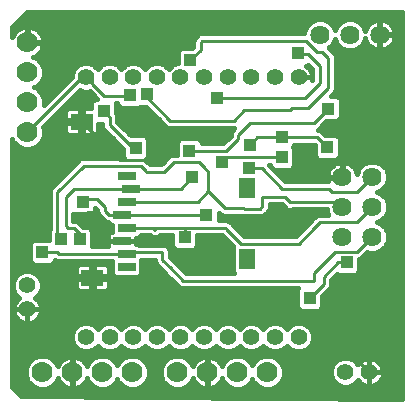
<source format=gbl>
G75*
%MOIN*%
%OFA0B0*%
%FSLAX25Y25*%
%IPPOS*%
%LPD*%
%AMOC8*
5,1,8,0,0,1.08239X$1,22.5*
%
%ADD10C,0.05600*%
%ADD11C,0.05550*%
%ADD12C,0.07000*%
%ADD13C,0.06400*%
%ADD14R,0.03937X0.04331*%
%ADD15R,0.07480X0.05512*%
%ADD16R,0.05512X0.07087*%
%ADD17R,0.05906X0.02756*%
%ADD18C,0.01000*%
%ADD19R,0.04362X0.04362*%
%ADD20C,0.01600*%
D10*
X0016780Y0036563D03*
X0016780Y0044437D03*
X0122843Y0015500D03*
X0130717Y0015500D03*
D11*
X0107213Y0027193D03*
X0099339Y0027193D03*
X0091465Y0027193D03*
X0083591Y0027193D03*
X0075717Y0027193D03*
X0067843Y0027193D03*
X0059969Y0027193D03*
X0052094Y0027193D03*
X0044220Y0027193D03*
X0036346Y0027193D03*
X0036346Y0113807D03*
X0044220Y0113807D03*
X0052094Y0113807D03*
X0059969Y0113807D03*
X0067843Y0113807D03*
X0075717Y0113807D03*
X0083591Y0113807D03*
X0091465Y0113807D03*
X0099339Y0113807D03*
X0107213Y0113807D03*
D12*
X0016780Y0115500D03*
X0016780Y0105500D03*
X0016780Y0095500D03*
X0016780Y0125500D03*
X0021780Y0015500D03*
X0031780Y0015500D03*
X0041780Y0015500D03*
X0051780Y0015500D03*
X0066780Y0015500D03*
X0076780Y0015500D03*
X0086780Y0015500D03*
X0096780Y0015500D03*
D13*
X0121780Y0060500D03*
X0131780Y0060500D03*
X0131780Y0070500D03*
X0131780Y0080500D03*
X0121780Y0080500D03*
X0121780Y0070500D03*
X0124280Y0128000D03*
X0134280Y0128000D03*
X0114280Y0128000D03*
D14*
X0101780Y0093846D03*
X0101780Y0087154D03*
D15*
X0038472Y0047075D03*
X0034929Y0099043D03*
D16*
X0090047Y0076996D03*
X0090047Y0053374D03*
D17*
X0051465Y0076602D03*
X0049890Y0080933D03*
X0049890Y0072272D03*
X0048315Y0067941D03*
X0049890Y0063610D03*
X0048315Y0059280D03*
X0049890Y0054949D03*
X0049890Y0050618D03*
D18*
X0049890Y0054949D02*
X0049890Y0055500D01*
X0061780Y0055500D01*
X0061780Y0053000D01*
X0064280Y0050500D01*
X0064280Y0050468D01*
X0068743Y0046005D01*
X0112285Y0046005D01*
X0112285Y0048740D01*
X0119254Y0055709D01*
X0126763Y0055709D01*
X0131554Y0060500D01*
X0131780Y0060500D01*
X0126780Y0065500D02*
X0131780Y0070500D01*
X0126812Y0075532D02*
X0131780Y0080500D01*
X0131780Y0080471D01*
X0126812Y0075532D02*
X0118302Y0075532D01*
X0117189Y0076645D01*
X0101754Y0076645D01*
X0094867Y0083533D01*
X0090596Y0083533D01*
X0090968Y0091322D02*
X0093493Y0093846D01*
X0101780Y0093846D01*
X0113433Y0093846D01*
X0116780Y0090500D01*
X0112218Y0098507D02*
X0117127Y0103417D01*
X0112218Y0098507D02*
X0090936Y0098507D01*
X0087028Y0094600D01*
X0087028Y0093344D01*
X0082939Y0089254D01*
X0070773Y0089254D01*
X0074034Y0085500D02*
X0065521Y0085500D01*
X0064003Y0083983D01*
X0064003Y0083838D01*
X0062489Y0082323D01*
X0056294Y0082323D01*
X0056294Y0082600D01*
X0054579Y0084315D01*
X0035594Y0084315D01*
X0026780Y0075500D01*
X0026780Y0061190D01*
X0028110Y0059860D01*
X0030483Y0063558D02*
X0029631Y0064411D01*
X0029631Y0069044D01*
X0029736Y0069149D01*
X0029736Y0073980D01*
X0032358Y0076602D01*
X0051465Y0076602D01*
X0067882Y0076602D01*
X0071780Y0080500D01*
X0075527Y0083923D02*
X0077045Y0082405D01*
X0077045Y0075765D01*
X0082572Y0070238D01*
X0088967Y0070238D01*
X0089149Y0070056D01*
X0094372Y0070056D01*
X0095161Y0070845D01*
X0095161Y0073882D01*
X0095247Y0073968D01*
X0102636Y0073968D01*
X0104401Y0072202D01*
X0104537Y0072338D01*
X0119942Y0072338D01*
X0121780Y0070500D01*
X0126780Y0065500D02*
X0114280Y0065500D01*
X0112362Y0063582D01*
X0112362Y0063435D01*
X0107292Y0058366D01*
X0088846Y0058366D01*
X0088700Y0058220D01*
X0088157Y0058220D01*
X0083109Y0063268D01*
X0083109Y0063477D01*
X0082976Y0063610D01*
X0069280Y0063610D01*
X0069280Y0060500D01*
X0069280Y0063610D02*
X0049890Y0063610D01*
X0058669Y0063610D01*
X0059280Y0063000D01*
X0049890Y0054949D02*
X0027331Y0054949D01*
X0026780Y0055500D01*
X0021780Y0055500D01*
X0017829Y0052154D02*
X0017829Y0063754D01*
X0018333Y0064259D01*
X0018333Y0066773D01*
X0019880Y0068320D01*
X0021780Y0070219D01*
X0021780Y0075500D01*
X0034929Y0088650D01*
X0034929Y0099043D01*
X0042671Y0091301D01*
X0042671Y0087505D01*
X0043055Y0087121D01*
X0046942Y0087121D01*
X0047792Y0086271D01*
X0058116Y0086271D01*
X0058238Y0086149D01*
X0058258Y0086149D01*
X0060981Y0088873D01*
X0060981Y0091301D01*
X0064514Y0099398D02*
X0056537Y0107375D01*
X0056756Y0108121D01*
X0051028Y0107851D02*
X0050908Y0107731D01*
X0042473Y0107731D01*
X0038472Y0111731D01*
X0038472Y0113807D01*
X0036346Y0113807D01*
X0035087Y0113807D01*
X0016780Y0095500D01*
X0034929Y0099043D02*
X0034929Y0106091D01*
X0035111Y0106273D01*
X0042206Y0102431D02*
X0044298Y0100340D01*
X0044298Y0097887D01*
X0051936Y0090249D01*
X0052905Y0090249D01*
X0064514Y0099398D02*
X0085734Y0099398D01*
X0089095Y0102759D01*
X0104328Y0102759D01*
X0105063Y0103494D01*
X0110360Y0103494D01*
X0117148Y0110282D01*
X0117148Y0120118D01*
X0114879Y0122387D01*
X0113494Y0122387D01*
X0109838Y0126043D01*
X0075177Y0126043D01*
X0074673Y0125539D01*
X0074673Y0123016D01*
X0071144Y0119486D01*
X0079993Y0106929D02*
X0109330Y0106929D01*
X0114326Y0111925D01*
X0114326Y0117530D01*
X0110394Y0121463D01*
X0107520Y0121463D01*
X0107066Y0121917D01*
X0101780Y0087154D02*
X0083433Y0087154D01*
X0081780Y0085500D01*
X0075527Y0084007D02*
X0075527Y0083923D01*
X0075527Y0084007D02*
X0074034Y0085500D01*
X0077045Y0075765D02*
X0073551Y0072272D01*
X0049890Y0072272D01*
X0048384Y0068010D02*
X0043999Y0068010D01*
X0042650Y0069359D01*
X0042650Y0070620D01*
X0040130Y0073140D01*
X0036035Y0073140D01*
X0035300Y0072405D01*
X0038689Y0067241D02*
X0039280Y0066651D01*
X0039280Y0063000D01*
X0043000Y0059280D01*
X0048315Y0059280D01*
X0048315Y0067941D02*
X0048384Y0068010D01*
X0076380Y0068010D01*
X0099048Y0069934D02*
X0099109Y0069874D01*
X0099109Y0069266D01*
X0099126Y0069248D01*
X0099126Y0062595D01*
X0115627Y0047343D02*
X0115627Y0044886D01*
X0110908Y0040167D01*
X0115627Y0047343D02*
X0120379Y0052095D01*
X0123260Y0052095D01*
X0124018Y0022198D02*
X0122445Y0022198D01*
X0124018Y0022198D02*
X0130717Y0015500D01*
X0038472Y0047075D02*
X0022908Y0047075D01*
X0017829Y0052154D01*
X0030483Y0063558D02*
X0032312Y0063558D01*
X0034209Y0061661D01*
X0034209Y0059832D01*
D19*
X0034209Y0059832D03*
X0028110Y0059860D03*
X0021780Y0055500D03*
X0019880Y0068320D03*
X0035300Y0072405D03*
X0038689Y0067241D03*
X0052905Y0090249D03*
X0060981Y0091301D03*
X0070773Y0089254D03*
X0071780Y0080500D03*
X0081780Y0085500D03*
X0090596Y0083533D03*
X0090968Y0091322D03*
X0079993Y0106929D03*
X0071144Y0119486D03*
X0056756Y0108121D03*
X0051028Y0107851D03*
X0042206Y0102431D03*
X0035111Y0106273D03*
X0076380Y0068010D03*
X0069280Y0060500D03*
X0099126Y0062595D03*
X0099048Y0069934D03*
X0116780Y0090500D03*
X0117127Y0103417D03*
X0107066Y0121917D03*
X0123260Y0052095D03*
X0110908Y0040167D03*
X0122445Y0022198D03*
D20*
X0011780Y0010500D02*
X0011780Y0093199D01*
X0012117Y0092384D01*
X0013664Y0090837D01*
X0015685Y0090000D01*
X0017874Y0090000D01*
X0019895Y0090837D01*
X0021442Y0092384D01*
X0022280Y0094406D01*
X0022280Y0096594D01*
X0022025Y0097210D01*
X0034301Y0109486D01*
X0035397Y0109032D01*
X0037296Y0109032D01*
X0037536Y0109132D01*
X0040056Y0106612D01*
X0039197Y0106612D01*
X0038025Y0105440D01*
X0038025Y0103599D01*
X0035507Y0103599D01*
X0035507Y0099621D01*
X0034351Y0099621D01*
X0034351Y0098465D01*
X0035507Y0098465D01*
X0035507Y0094487D01*
X0038906Y0094487D01*
X0039364Y0094610D01*
X0039775Y0094847D01*
X0040110Y0095182D01*
X0040347Y0095593D01*
X0040469Y0096050D01*
X0040469Y0098250D01*
X0041798Y0098250D01*
X0041798Y0097390D01*
X0042178Y0096471D01*
X0048724Y0089925D01*
X0048724Y0087240D01*
X0049149Y0086815D01*
X0035097Y0086815D01*
X0034178Y0086434D01*
X0033475Y0085731D01*
X0024660Y0076916D01*
X0024280Y0075997D01*
X0024280Y0063219D01*
X0023929Y0062869D01*
X0023929Y0059681D01*
X0018770Y0059681D01*
X0017598Y0058510D01*
X0017598Y0052490D01*
X0018770Y0051319D01*
X0024789Y0051319D01*
X0025961Y0052490D01*
X0025961Y0052810D01*
X0026833Y0052449D01*
X0044937Y0052449D01*
X0044937Y0048412D01*
X0046109Y0047240D01*
X0053671Y0047240D01*
X0054843Y0048412D01*
X0054843Y0053000D01*
X0059280Y0053000D01*
X0059280Y0052503D01*
X0059660Y0051584D01*
X0062138Y0049106D01*
X0062160Y0049052D01*
X0066623Y0044589D01*
X0067327Y0043886D01*
X0068246Y0043505D01*
X0107055Y0043505D01*
X0106726Y0043176D01*
X0106726Y0037157D01*
X0107898Y0035986D01*
X0113917Y0035986D01*
X0115089Y0037157D01*
X0115089Y0040812D01*
X0117043Y0042767D01*
X0117746Y0043470D01*
X0118127Y0044389D01*
X0118127Y0046307D01*
X0119992Y0048172D01*
X0120250Y0047913D01*
X0126269Y0047913D01*
X0127441Y0049085D01*
X0127441Y0053284D01*
X0128179Y0053590D01*
X0130140Y0055551D01*
X0130745Y0055300D01*
X0132814Y0055300D01*
X0134725Y0056092D01*
X0136188Y0057554D01*
X0136980Y0059466D01*
X0136980Y0061534D01*
X0136188Y0063446D01*
X0134725Y0064908D01*
X0133297Y0065500D01*
X0134725Y0066092D01*
X0136188Y0067554D01*
X0136980Y0069466D01*
X0136980Y0071534D01*
X0136188Y0073446D01*
X0134725Y0074908D01*
X0133297Y0075500D01*
X0134725Y0076092D01*
X0136188Y0077554D01*
X0136980Y0079466D01*
X0136980Y0081534D01*
X0136188Y0083446D01*
X0134725Y0084908D01*
X0132814Y0085700D01*
X0130745Y0085700D01*
X0128834Y0084908D01*
X0127371Y0083446D01*
X0126647Y0081698D01*
X0126413Y0082419D01*
X0126056Y0083121D01*
X0125593Y0083757D01*
X0125037Y0084314D01*
X0124400Y0084776D01*
X0123699Y0085134D01*
X0122950Y0085377D01*
X0122173Y0085500D01*
X0121865Y0085500D01*
X0121865Y0080586D01*
X0121694Y0080586D01*
X0121694Y0085500D01*
X0121386Y0085500D01*
X0120609Y0085377D01*
X0119860Y0085134D01*
X0119159Y0084776D01*
X0118522Y0084314D01*
X0117966Y0083757D01*
X0117503Y0083121D01*
X0117146Y0082419D01*
X0116903Y0081671D01*
X0116780Y0080894D01*
X0116780Y0080586D01*
X0121694Y0080586D01*
X0121694Y0080414D01*
X0116780Y0080414D01*
X0116780Y0080106D01*
X0116903Y0079329D01*
X0116962Y0079145D01*
X0102790Y0079145D01*
X0097282Y0084654D01*
X0097811Y0084654D01*
X0097811Y0084160D01*
X0098983Y0082988D01*
X0104576Y0082988D01*
X0105748Y0084160D01*
X0105748Y0090147D01*
X0105395Y0090500D01*
X0105748Y0090853D01*
X0105748Y0091346D01*
X0112398Y0091346D01*
X0112598Y0091146D01*
X0112598Y0087490D01*
X0113770Y0086319D01*
X0119789Y0086319D01*
X0120961Y0087490D01*
X0120961Y0093510D01*
X0119789Y0094681D01*
X0116134Y0094681D01*
X0114849Y0095966D01*
X0113930Y0096346D01*
X0113533Y0096346D01*
X0113634Y0096388D01*
X0116482Y0099236D01*
X0120137Y0099236D01*
X0121309Y0100408D01*
X0121309Y0106427D01*
X0120137Y0107598D01*
X0118000Y0107598D01*
X0118564Y0108162D01*
X0119267Y0108866D01*
X0119648Y0109785D01*
X0119648Y0120615D01*
X0119267Y0121534D01*
X0118564Y0122237D01*
X0117214Y0123587D01*
X0117225Y0123592D01*
X0118688Y0125054D01*
X0119280Y0126483D01*
X0119871Y0125054D01*
X0121334Y0123592D01*
X0123245Y0122800D01*
X0125314Y0122800D01*
X0127225Y0123592D01*
X0128688Y0125054D01*
X0129412Y0126802D01*
X0129646Y0126081D01*
X0130003Y0125379D01*
X0130466Y0124743D01*
X0131022Y0124186D01*
X0131659Y0123724D01*
X0132360Y0123366D01*
X0133109Y0123123D01*
X0133886Y0123000D01*
X0134080Y0123000D01*
X0134080Y0127800D01*
X0134480Y0127800D01*
X0134480Y0128200D01*
X0139280Y0128200D01*
X0139280Y0128394D01*
X0139156Y0129171D01*
X0138913Y0129919D01*
X0138556Y0130621D01*
X0138093Y0131257D01*
X0137537Y0131814D01*
X0136900Y0132276D01*
X0136199Y0132634D01*
X0135450Y0132877D01*
X0134673Y0133000D01*
X0134480Y0133000D01*
X0134480Y0128200D01*
X0134080Y0128200D01*
X0134080Y0133000D01*
X0133886Y0133000D01*
X0133109Y0132877D01*
X0132360Y0132634D01*
X0131659Y0132276D01*
X0131022Y0131814D01*
X0130466Y0131257D01*
X0130003Y0130621D01*
X0129646Y0129919D01*
X0129412Y0129198D01*
X0128688Y0130946D01*
X0127225Y0132408D01*
X0125314Y0133200D01*
X0123245Y0133200D01*
X0121334Y0132408D01*
X0119871Y0130946D01*
X0119280Y0129517D01*
X0118688Y0130946D01*
X0117225Y0132408D01*
X0115314Y0133200D01*
X0113245Y0133200D01*
X0111334Y0132408D01*
X0109871Y0130946D01*
X0109080Y0129034D01*
X0109080Y0128543D01*
X0074680Y0128543D01*
X0073761Y0128163D01*
X0073257Y0127658D01*
X0072554Y0126955D01*
X0072173Y0126036D01*
X0072173Y0124051D01*
X0071789Y0123668D01*
X0068134Y0123668D01*
X0066963Y0122496D01*
X0066963Y0118582D01*
X0066893Y0118582D01*
X0065138Y0117855D01*
X0063905Y0116623D01*
X0062673Y0117855D01*
X0060918Y0118582D01*
X0059019Y0118582D01*
X0057264Y0117855D01*
X0056031Y0116623D01*
X0054799Y0117855D01*
X0053044Y0118582D01*
X0051145Y0118582D01*
X0049390Y0117855D01*
X0048157Y0116623D01*
X0046925Y0117855D01*
X0045170Y0118582D01*
X0043271Y0118582D01*
X0041516Y0117855D01*
X0040283Y0116623D01*
X0039051Y0117855D01*
X0037296Y0118582D01*
X0035397Y0118582D01*
X0033642Y0117855D01*
X0032299Y0116512D01*
X0031572Y0114757D01*
X0031572Y0113828D01*
X0022280Y0104536D01*
X0022280Y0106594D01*
X0021442Y0108615D01*
X0019895Y0110163D01*
X0019081Y0110500D01*
X0019895Y0110837D01*
X0021442Y0112384D01*
X0022280Y0114406D01*
X0022280Y0116594D01*
X0021442Y0118615D01*
X0019895Y0120163D01*
X0018838Y0120601D01*
X0019557Y0120967D01*
X0020232Y0121457D01*
X0020822Y0122047D01*
X0021312Y0122722D01*
X0021691Y0123466D01*
X0021949Y0124259D01*
X0022080Y0125083D01*
X0022080Y0125300D01*
X0016980Y0125300D01*
X0016980Y0125700D01*
X0022080Y0125700D01*
X0022080Y0125917D01*
X0021949Y0126741D01*
X0021691Y0127534D01*
X0021312Y0128278D01*
X0020822Y0128953D01*
X0020232Y0129543D01*
X0019557Y0130033D01*
X0018814Y0130412D01*
X0018021Y0130669D01*
X0017197Y0130800D01*
X0016980Y0130800D01*
X0016980Y0125700D01*
X0016580Y0125700D01*
X0016580Y0130800D01*
X0016362Y0130800D01*
X0015538Y0130669D01*
X0014745Y0130412D01*
X0014002Y0130033D01*
X0013327Y0129543D01*
X0012737Y0128953D01*
X0012247Y0128278D01*
X0011868Y0127534D01*
X0011780Y0127263D01*
X0011780Y0130500D01*
X0016780Y0135500D01*
X0141780Y0135500D01*
X0141780Y0006648D01*
X0014815Y0007464D01*
X0011780Y0010500D01*
X0011984Y0010296D02*
X0019972Y0010296D01*
X0020685Y0010000D02*
X0018664Y0010837D01*
X0017117Y0012384D01*
X0016280Y0014406D01*
X0016280Y0016594D01*
X0017117Y0018615D01*
X0018664Y0020163D01*
X0020685Y0021000D01*
X0022874Y0021000D01*
X0024895Y0020163D01*
X0026442Y0018615D01*
X0026880Y0017558D01*
X0027247Y0018278D01*
X0027737Y0018953D01*
X0028327Y0019543D01*
X0029002Y0020033D01*
X0029745Y0020412D01*
X0030538Y0020669D01*
X0031362Y0020800D01*
X0031580Y0020800D01*
X0031580Y0015700D01*
X0031980Y0015700D01*
X0031980Y0020800D01*
X0032197Y0020800D01*
X0033021Y0020669D01*
X0033814Y0020412D01*
X0034557Y0020033D01*
X0035232Y0019543D01*
X0035822Y0018953D01*
X0036312Y0018278D01*
X0036679Y0017558D01*
X0037117Y0018615D01*
X0038664Y0020163D01*
X0040685Y0021000D01*
X0042874Y0021000D01*
X0044895Y0020163D01*
X0046442Y0018615D01*
X0046780Y0017801D01*
X0047117Y0018615D01*
X0048664Y0020163D01*
X0050685Y0021000D01*
X0052874Y0021000D01*
X0054895Y0020163D01*
X0056442Y0018615D01*
X0057280Y0016594D01*
X0057280Y0014406D01*
X0056442Y0012384D01*
X0054895Y0010837D01*
X0052874Y0010000D01*
X0050685Y0010000D01*
X0048664Y0010837D01*
X0047117Y0012384D01*
X0046780Y0013199D01*
X0046442Y0012384D01*
X0044895Y0010837D01*
X0042874Y0010000D01*
X0040685Y0010000D01*
X0038664Y0010837D01*
X0037117Y0012384D01*
X0036679Y0013442D01*
X0036312Y0012722D01*
X0035822Y0012047D01*
X0035232Y0011457D01*
X0034557Y0010967D01*
X0033814Y0010588D01*
X0033021Y0010330D01*
X0032197Y0010200D01*
X0031980Y0010200D01*
X0031980Y0015300D01*
X0031580Y0015300D01*
X0031580Y0010200D01*
X0031362Y0010200D01*
X0030538Y0010330D01*
X0029745Y0010588D01*
X0029002Y0010967D01*
X0028327Y0011457D01*
X0027737Y0012047D01*
X0027247Y0012722D01*
X0026880Y0013442D01*
X0026442Y0012384D01*
X0024895Y0010837D01*
X0022874Y0010000D01*
X0020685Y0010000D01*
X0023587Y0010296D02*
X0030759Y0010296D01*
X0031580Y0010296D02*
X0031980Y0010296D01*
X0032800Y0010296D02*
X0039972Y0010296D01*
X0037607Y0011894D02*
X0035669Y0011894D01*
X0031980Y0011894D02*
X0031580Y0011894D01*
X0031580Y0013493D02*
X0031980Y0013493D01*
X0031980Y0015091D02*
X0031580Y0015091D01*
X0031580Y0016690D02*
X0031980Y0016690D01*
X0031980Y0018288D02*
X0031580Y0018288D01*
X0031580Y0019887D02*
X0031980Y0019887D01*
X0034759Y0019887D02*
X0038388Y0019887D01*
X0036981Y0018288D02*
X0036305Y0018288D01*
X0035397Y0022418D02*
X0037296Y0022418D01*
X0039051Y0023145D01*
X0040283Y0024377D01*
X0041516Y0023145D01*
X0043271Y0022418D01*
X0045170Y0022418D01*
X0046925Y0023145D01*
X0048157Y0024377D01*
X0049390Y0023145D01*
X0051145Y0022418D01*
X0053044Y0022418D01*
X0054799Y0023145D01*
X0056031Y0024377D01*
X0057264Y0023145D01*
X0059019Y0022418D01*
X0060918Y0022418D01*
X0062673Y0023145D01*
X0063906Y0024377D01*
X0065138Y0023145D01*
X0066893Y0022418D01*
X0068792Y0022418D01*
X0070547Y0023145D01*
X0071780Y0024377D01*
X0073012Y0023145D01*
X0074767Y0022418D01*
X0076666Y0022418D01*
X0078421Y0023145D01*
X0079654Y0024377D01*
X0080886Y0023145D01*
X0082641Y0022418D01*
X0084540Y0022418D01*
X0086295Y0023145D01*
X0087528Y0024377D01*
X0088760Y0023145D01*
X0090515Y0022418D01*
X0092414Y0022418D01*
X0094169Y0023145D01*
X0095402Y0024377D01*
X0096634Y0023145D01*
X0098389Y0022418D01*
X0100288Y0022418D01*
X0102043Y0023145D01*
X0103276Y0024377D01*
X0104508Y0023145D01*
X0106263Y0022418D01*
X0108162Y0022418D01*
X0109917Y0023145D01*
X0111260Y0024488D01*
X0111987Y0026243D01*
X0111987Y0028143D01*
X0111260Y0029898D01*
X0109917Y0031241D01*
X0108162Y0031968D01*
X0106263Y0031968D01*
X0104508Y0031241D01*
X0103276Y0030008D01*
X0102043Y0031241D01*
X0100288Y0031968D01*
X0098389Y0031968D01*
X0096634Y0031241D01*
X0095402Y0030008D01*
X0094169Y0031241D01*
X0092414Y0031968D01*
X0090515Y0031968D01*
X0088760Y0031241D01*
X0087528Y0030008D01*
X0086295Y0031241D01*
X0084540Y0031968D01*
X0082641Y0031968D01*
X0080886Y0031241D01*
X0079654Y0030008D01*
X0078421Y0031241D01*
X0076666Y0031968D01*
X0074767Y0031968D01*
X0073012Y0031241D01*
X0071780Y0030008D01*
X0070547Y0031241D01*
X0068792Y0031968D01*
X0066893Y0031968D01*
X0065138Y0031241D01*
X0063906Y0030008D01*
X0062673Y0031241D01*
X0060918Y0031968D01*
X0059019Y0031968D01*
X0057264Y0031241D01*
X0056031Y0030008D01*
X0054799Y0031241D01*
X0053044Y0031968D01*
X0051145Y0031968D01*
X0049390Y0031241D01*
X0048157Y0030008D01*
X0046925Y0031241D01*
X0045170Y0031968D01*
X0043271Y0031968D01*
X0041516Y0031241D01*
X0040283Y0030008D01*
X0039051Y0031241D01*
X0037296Y0031968D01*
X0035397Y0031968D01*
X0033642Y0031241D01*
X0032299Y0029898D01*
X0031572Y0028143D01*
X0031572Y0026243D01*
X0032299Y0024488D01*
X0033642Y0023145D01*
X0035397Y0022418D01*
X0033790Y0023084D02*
X0011780Y0023084D01*
X0011780Y0024682D02*
X0032218Y0024682D01*
X0031572Y0026281D02*
X0011780Y0026281D01*
X0011780Y0027879D02*
X0031572Y0027879D01*
X0032125Y0029478D02*
X0011780Y0029478D01*
X0011780Y0031076D02*
X0033477Y0031076D01*
X0039216Y0031076D02*
X0041351Y0031076D01*
X0047090Y0031076D02*
X0049225Y0031076D01*
X0054964Y0031076D02*
X0057099Y0031076D01*
X0062838Y0031076D02*
X0064973Y0031076D01*
X0070712Y0031076D02*
X0072847Y0031076D01*
X0078586Y0031076D02*
X0080721Y0031076D01*
X0086460Y0031076D02*
X0088595Y0031076D01*
X0094334Y0031076D02*
X0096469Y0031076D01*
X0102208Y0031076D02*
X0104343Y0031076D01*
X0110082Y0031076D02*
X0141780Y0031076D01*
X0141780Y0029478D02*
X0111434Y0029478D01*
X0111987Y0027879D02*
X0141780Y0027879D01*
X0141780Y0026281D02*
X0111987Y0026281D01*
X0111341Y0024682D02*
X0141780Y0024682D01*
X0141780Y0023084D02*
X0109769Y0023084D01*
X0104656Y0023084D02*
X0101895Y0023084D01*
X0099895Y0020163D02*
X0097874Y0021000D01*
X0095685Y0021000D01*
X0093664Y0020163D01*
X0092117Y0018615D01*
X0091780Y0017801D01*
X0091442Y0018615D01*
X0089895Y0020163D01*
X0087874Y0021000D01*
X0085685Y0021000D01*
X0083664Y0020163D01*
X0082117Y0018615D01*
X0081679Y0017558D01*
X0081312Y0018278D01*
X0080822Y0018953D01*
X0080232Y0019543D01*
X0079557Y0020033D01*
X0078814Y0020412D01*
X0078021Y0020669D01*
X0077197Y0020800D01*
X0076980Y0020800D01*
X0076980Y0015700D01*
X0076580Y0015700D01*
X0076580Y0020800D01*
X0076362Y0020800D01*
X0075538Y0020669D01*
X0074745Y0020412D01*
X0074002Y0020033D01*
X0073327Y0019543D01*
X0072737Y0018953D01*
X0072247Y0018278D01*
X0071880Y0017558D01*
X0071442Y0018615D01*
X0069895Y0020163D01*
X0067874Y0021000D01*
X0065685Y0021000D01*
X0063664Y0020163D01*
X0062117Y0018615D01*
X0061280Y0016594D01*
X0061280Y0014406D01*
X0062117Y0012384D01*
X0063664Y0010837D01*
X0065685Y0010000D01*
X0067874Y0010000D01*
X0069895Y0010837D01*
X0071442Y0012384D01*
X0071880Y0013442D01*
X0072247Y0012722D01*
X0072737Y0012047D01*
X0073327Y0011457D01*
X0074002Y0010967D01*
X0074745Y0010588D01*
X0075538Y0010330D01*
X0076362Y0010200D01*
X0076580Y0010200D01*
X0076580Y0015300D01*
X0076980Y0015300D01*
X0076980Y0010200D01*
X0077197Y0010200D01*
X0078021Y0010330D01*
X0078814Y0010588D01*
X0079557Y0010967D01*
X0080232Y0011457D01*
X0080822Y0012047D01*
X0081312Y0012722D01*
X0081679Y0013442D01*
X0082117Y0012384D01*
X0083664Y0010837D01*
X0085685Y0010000D01*
X0087874Y0010000D01*
X0089895Y0010837D01*
X0091442Y0012384D01*
X0091780Y0013199D01*
X0092117Y0012384D01*
X0093664Y0010837D01*
X0095685Y0010000D01*
X0097874Y0010000D01*
X0099895Y0010837D01*
X0101442Y0012384D01*
X0102280Y0014406D01*
X0102280Y0016594D01*
X0101442Y0018615D01*
X0099895Y0020163D01*
X0100171Y0019887D02*
X0120890Y0019887D01*
X0120124Y0019569D02*
X0121888Y0020300D01*
X0123797Y0020300D01*
X0125561Y0019569D01*
X0126912Y0018219D01*
X0126946Y0018136D01*
X0127208Y0018497D01*
X0127720Y0019009D01*
X0128306Y0019434D01*
X0128951Y0019763D01*
X0129639Y0019987D01*
X0130354Y0020100D01*
X0130716Y0020100D01*
X0130716Y0015500D01*
X0130717Y0015500D01*
X0135317Y0015500D01*
X0135317Y0015862D01*
X0135203Y0016577D01*
X0134980Y0017266D01*
X0134651Y0017911D01*
X0134225Y0018497D01*
X0133713Y0019009D01*
X0133127Y0019434D01*
X0132482Y0019763D01*
X0131794Y0019987D01*
X0131079Y0020100D01*
X0130717Y0020100D01*
X0130717Y0015500D01*
X0130717Y0015500D01*
X0135317Y0015500D01*
X0135317Y0015138D01*
X0135203Y0014423D01*
X0134980Y0013734D01*
X0134651Y0013089D01*
X0134225Y0012503D01*
X0133713Y0011991D01*
X0133127Y0011566D01*
X0132482Y0011237D01*
X0131794Y0011013D01*
X0131079Y0010900D01*
X0130717Y0010900D01*
X0130717Y0015500D01*
X0130716Y0015500D01*
X0130716Y0010900D01*
X0130354Y0010900D01*
X0129639Y0011013D01*
X0128951Y0011237D01*
X0128306Y0011566D01*
X0127720Y0011991D01*
X0127208Y0012503D01*
X0126946Y0012864D01*
X0126912Y0012781D01*
X0125561Y0011431D01*
X0123797Y0010700D01*
X0121888Y0010700D01*
X0120124Y0011431D01*
X0118773Y0012781D01*
X0118043Y0014545D01*
X0118043Y0016455D01*
X0118773Y0018219D01*
X0120124Y0019569D01*
X0118842Y0018288D02*
X0101578Y0018288D01*
X0102240Y0016690D02*
X0118140Y0016690D01*
X0118043Y0015091D02*
X0102280Y0015091D01*
X0101901Y0013493D02*
X0118479Y0013493D01*
X0119660Y0011894D02*
X0100952Y0011894D01*
X0098587Y0010296D02*
X0141780Y0010296D01*
X0141780Y0011894D02*
X0133579Y0011894D01*
X0134856Y0013493D02*
X0141780Y0013493D01*
X0141780Y0015091D02*
X0135309Y0015091D01*
X0135167Y0016690D02*
X0141780Y0016690D01*
X0141780Y0018288D02*
X0134377Y0018288D01*
X0132102Y0019887D02*
X0141780Y0019887D01*
X0141780Y0021485D02*
X0011780Y0021485D01*
X0011780Y0019887D02*
X0018388Y0019887D01*
X0016981Y0018288D02*
X0011780Y0018288D01*
X0011780Y0016690D02*
X0016319Y0016690D01*
X0016280Y0015091D02*
X0011780Y0015091D01*
X0011780Y0013493D02*
X0016658Y0013493D01*
X0017607Y0011894D02*
X0011780Y0011894D01*
X0013583Y0008697D02*
X0141780Y0008697D01*
X0141780Y0007099D02*
X0071739Y0007099D01*
X0068587Y0010296D02*
X0075759Y0010296D01*
X0076580Y0010296D02*
X0076980Y0010296D01*
X0077800Y0010296D02*
X0084972Y0010296D01*
X0082607Y0011894D02*
X0080669Y0011894D01*
X0076980Y0011894D02*
X0076580Y0011894D01*
X0076580Y0013493D02*
X0076980Y0013493D01*
X0076980Y0015091D02*
X0076580Y0015091D01*
X0076580Y0016690D02*
X0076980Y0016690D01*
X0076980Y0018288D02*
X0076580Y0018288D01*
X0076580Y0019887D02*
X0076980Y0019887D01*
X0079759Y0019887D02*
X0083388Y0019887D01*
X0081981Y0018288D02*
X0081305Y0018288D01*
X0081034Y0023084D02*
X0078273Y0023084D01*
X0073800Y0019887D02*
X0070171Y0019887D01*
X0071578Y0018288D02*
X0072254Y0018288D01*
X0073160Y0023084D02*
X0070399Y0023084D01*
X0065286Y0023084D02*
X0062525Y0023084D01*
X0063388Y0019887D02*
X0055171Y0019887D01*
X0056578Y0018288D02*
X0061981Y0018288D01*
X0061319Y0016690D02*
X0057240Y0016690D01*
X0057280Y0015091D02*
X0061280Y0015091D01*
X0061658Y0013493D02*
X0056901Y0013493D01*
X0055952Y0011894D02*
X0062607Y0011894D01*
X0064972Y0010296D02*
X0053587Y0010296D01*
X0049972Y0010296D02*
X0043587Y0010296D01*
X0045952Y0011894D02*
X0047607Y0011894D01*
X0046981Y0018288D02*
X0046578Y0018288D01*
X0045171Y0019887D02*
X0048388Y0019887D01*
X0049538Y0023084D02*
X0046777Y0023084D01*
X0041664Y0023084D02*
X0038903Y0023084D01*
X0028800Y0019887D02*
X0025171Y0019887D01*
X0026578Y0018288D02*
X0027254Y0018288D01*
X0027890Y0011894D02*
X0025952Y0011894D01*
X0018545Y0032300D02*
X0017857Y0032076D01*
X0017142Y0031963D01*
X0016780Y0031963D01*
X0016780Y0036563D01*
X0021380Y0036563D01*
X0021380Y0036925D01*
X0021266Y0037640D01*
X0021043Y0038329D01*
X0020714Y0038974D01*
X0020288Y0039560D01*
X0019776Y0040072D01*
X0019416Y0040334D01*
X0019498Y0040368D01*
X0020849Y0041718D01*
X0021580Y0043482D01*
X0021580Y0045392D01*
X0020849Y0047156D01*
X0019498Y0048506D01*
X0017734Y0049237D01*
X0015825Y0049237D01*
X0014061Y0048506D01*
X0012710Y0047156D01*
X0011980Y0045392D01*
X0011980Y0043482D01*
X0012710Y0041718D01*
X0014061Y0040368D01*
X0014143Y0040334D01*
X0013783Y0040072D01*
X0013271Y0039560D01*
X0012845Y0038974D01*
X0012517Y0038329D01*
X0012293Y0037640D01*
X0012180Y0036925D01*
X0012180Y0036563D01*
X0012180Y0036201D01*
X0012293Y0035486D01*
X0012517Y0034797D01*
X0012845Y0034152D01*
X0013271Y0033566D01*
X0013783Y0033054D01*
X0014369Y0032629D01*
X0015014Y0032300D01*
X0015702Y0032076D01*
X0016417Y0031963D01*
X0016779Y0031963D01*
X0016779Y0036563D01*
X0012180Y0036563D01*
X0016779Y0036563D01*
X0016779Y0036563D01*
X0016780Y0036563D01*
X0016780Y0036563D01*
X0021380Y0036563D01*
X0021380Y0036201D01*
X0021266Y0035486D01*
X0021043Y0034797D01*
X0020714Y0034152D01*
X0020288Y0033566D01*
X0019776Y0033054D01*
X0019190Y0032629D01*
X0018545Y0032300D01*
X0019254Y0032675D02*
X0141780Y0032675D01*
X0141780Y0034273D02*
X0020776Y0034273D01*
X0021327Y0035872D02*
X0141780Y0035872D01*
X0141780Y0037470D02*
X0115089Y0037470D01*
X0115089Y0039069D02*
X0141780Y0039069D01*
X0141780Y0040667D02*
X0115089Y0040667D01*
X0116542Y0042266D02*
X0141780Y0042266D01*
X0141780Y0043864D02*
X0117910Y0043864D01*
X0118127Y0045463D02*
X0141780Y0045463D01*
X0141780Y0047061D02*
X0118881Y0047061D01*
X0127016Y0048660D02*
X0141780Y0048660D01*
X0141780Y0050258D02*
X0127441Y0050258D01*
X0127441Y0051857D02*
X0141780Y0051857D01*
X0141780Y0053455D02*
X0127855Y0053455D01*
X0129643Y0055054D02*
X0141780Y0055054D01*
X0141780Y0056652D02*
X0135286Y0056652D01*
X0136476Y0058251D02*
X0141780Y0058251D01*
X0141780Y0059849D02*
X0136980Y0059849D01*
X0136980Y0061448D02*
X0141780Y0061448D01*
X0141780Y0063046D02*
X0136353Y0063046D01*
X0134989Y0064645D02*
X0141780Y0064645D01*
X0141780Y0066243D02*
X0134877Y0066243D01*
X0136307Y0067842D02*
X0141780Y0067842D01*
X0141780Y0069440D02*
X0136969Y0069440D01*
X0136980Y0071039D02*
X0141780Y0071039D01*
X0141780Y0072637D02*
X0136523Y0072637D01*
X0135397Y0074236D02*
X0141780Y0074236D01*
X0141780Y0075834D02*
X0134104Y0075834D01*
X0136066Y0077433D02*
X0141780Y0077433D01*
X0141780Y0079032D02*
X0136800Y0079032D01*
X0136980Y0080630D02*
X0141780Y0080630D01*
X0141780Y0082229D02*
X0136692Y0082229D01*
X0135806Y0083827D02*
X0141780Y0083827D01*
X0141780Y0085426D02*
X0133476Y0085426D01*
X0130083Y0085426D02*
X0122643Y0085426D01*
X0121865Y0085426D02*
X0121694Y0085426D01*
X0120916Y0085426D02*
X0105748Y0085426D01*
X0105748Y0087024D02*
X0113065Y0087024D01*
X0112598Y0088623D02*
X0105748Y0088623D01*
X0105674Y0090221D02*
X0112598Y0090221D01*
X0115798Y0095017D02*
X0141780Y0095017D01*
X0141780Y0096615D02*
X0113861Y0096615D01*
X0115459Y0098214D02*
X0141780Y0098214D01*
X0141780Y0099812D02*
X0120713Y0099812D01*
X0121309Y0101411D02*
X0141780Y0101411D01*
X0141780Y0103009D02*
X0121309Y0103009D01*
X0121309Y0104608D02*
X0141780Y0104608D01*
X0141780Y0106206D02*
X0121309Y0106206D01*
X0118206Y0107805D02*
X0141780Y0107805D01*
X0141780Y0109403D02*
X0119490Y0109403D01*
X0119648Y0111002D02*
X0141780Y0111002D01*
X0141780Y0112600D02*
X0119648Y0112600D01*
X0119648Y0114199D02*
X0141780Y0114199D01*
X0141780Y0115797D02*
X0119648Y0115797D01*
X0119648Y0117396D02*
X0141780Y0117396D01*
X0141780Y0118994D02*
X0119648Y0118994D01*
X0119648Y0120593D02*
X0141780Y0120593D01*
X0141780Y0122191D02*
X0118610Y0122191D01*
X0118564Y0122237D02*
X0118564Y0122237D01*
X0117423Y0123790D02*
X0121136Y0123790D01*
X0119733Y0125388D02*
X0118826Y0125388D01*
X0119003Y0130184D02*
X0119556Y0130184D01*
X0120708Y0131782D02*
X0117851Y0131782D01*
X0110708Y0131782D02*
X0013062Y0131782D01*
X0014298Y0130184D02*
X0011780Y0130184D01*
X0011780Y0128585D02*
X0012470Y0128585D01*
X0016580Y0128585D02*
X0016980Y0128585D01*
X0016980Y0130184D02*
X0016580Y0130184D01*
X0019261Y0130184D02*
X0109556Y0130184D01*
X0109080Y0128585D02*
X0021089Y0128585D01*
X0021869Y0126987D02*
X0072585Y0126987D01*
X0072173Y0125388D02*
X0016980Y0125388D01*
X0016980Y0126987D02*
X0016580Y0126987D01*
X0021797Y0123790D02*
X0071912Y0123790D01*
X0066963Y0122191D02*
X0020927Y0122191D01*
X0018857Y0120593D02*
X0066963Y0120593D01*
X0066963Y0118994D02*
X0021063Y0118994D01*
X0021947Y0117396D02*
X0033183Y0117396D01*
X0032003Y0115797D02*
X0022280Y0115797D01*
X0022194Y0114199D02*
X0031572Y0114199D01*
X0030344Y0112600D02*
X0021532Y0112600D01*
X0020059Y0111002D02*
X0028746Y0111002D01*
X0027147Y0109403D02*
X0020654Y0109403D01*
X0021778Y0107805D02*
X0025549Y0107805D01*
X0023950Y0106206D02*
X0022280Y0106206D01*
X0022280Y0104608D02*
X0022352Y0104608D01*
X0026226Y0101411D02*
X0029389Y0101411D01*
X0029389Y0102036D02*
X0029389Y0099621D01*
X0034351Y0099621D01*
X0034351Y0103599D01*
X0030952Y0103599D01*
X0030494Y0103477D01*
X0030084Y0103240D01*
X0029749Y0102904D01*
X0029512Y0102494D01*
X0029389Y0102036D01*
X0029853Y0103009D02*
X0027824Y0103009D01*
X0029423Y0104608D02*
X0038025Y0104608D01*
X0038791Y0106206D02*
X0031021Y0106206D01*
X0032620Y0107805D02*
X0038863Y0107805D01*
X0034501Y0109403D02*
X0034218Y0109403D01*
X0034351Y0103009D02*
X0035507Y0103009D01*
X0035507Y0101411D02*
X0034351Y0101411D01*
X0034351Y0099812D02*
X0035507Y0099812D01*
X0035507Y0098214D02*
X0034351Y0098214D01*
X0034351Y0098465D02*
X0034351Y0094487D01*
X0030952Y0094487D01*
X0030494Y0094610D01*
X0030084Y0094847D01*
X0029749Y0095182D01*
X0029512Y0095593D01*
X0029389Y0096050D01*
X0029389Y0098465D01*
X0034351Y0098465D01*
X0034351Y0096615D02*
X0035507Y0096615D01*
X0035507Y0095017D02*
X0034351Y0095017D01*
X0029914Y0095017D02*
X0022280Y0095017D01*
X0022271Y0096615D02*
X0029389Y0096615D01*
X0029389Y0098214D02*
X0023029Y0098214D01*
X0024627Y0099812D02*
X0029389Y0099812D01*
X0021870Y0093418D02*
X0045231Y0093418D01*
X0046830Y0091820D02*
X0020877Y0091820D01*
X0018407Y0090221D02*
X0048428Y0090221D01*
X0048724Y0088623D02*
X0011780Y0088623D01*
X0011780Y0090221D02*
X0015152Y0090221D01*
X0012682Y0091820D02*
X0011780Y0091820D01*
X0011780Y0087024D02*
X0048940Y0087024D01*
X0056138Y0086291D02*
X0057086Y0087240D01*
X0057086Y0093259D01*
X0055915Y0094430D01*
X0051290Y0094430D01*
X0046798Y0098923D01*
X0046798Y0100837D01*
X0046417Y0101756D01*
X0046387Y0101785D01*
X0046387Y0105231D01*
X0046847Y0105231D01*
X0046847Y0104841D01*
X0048019Y0103670D01*
X0054038Y0103670D01*
X0054308Y0103940D01*
X0056436Y0103940D01*
X0062395Y0097982D01*
X0062395Y0097982D01*
X0063098Y0097278D01*
X0064017Y0096898D01*
X0085791Y0096898D01*
X0084909Y0096016D01*
X0084528Y0095097D01*
X0084528Y0094379D01*
X0081903Y0091754D01*
X0074954Y0091754D01*
X0074954Y0092264D01*
X0073782Y0093435D01*
X0067763Y0093435D01*
X0066592Y0092264D01*
X0066592Y0088000D01*
X0065024Y0088000D01*
X0064105Y0087619D01*
X0063401Y0086916D01*
X0062587Y0086102D01*
X0061884Y0085399D01*
X0061782Y0085152D01*
X0061453Y0084823D01*
X0057606Y0084823D01*
X0056138Y0086291D01*
X0056871Y0087024D02*
X0063509Y0087024D01*
X0061911Y0085426D02*
X0057004Y0085426D01*
X0057086Y0088623D02*
X0066592Y0088623D01*
X0066592Y0090221D02*
X0057086Y0090221D01*
X0057086Y0091820D02*
X0066592Y0091820D01*
X0067746Y0093418D02*
X0056927Y0093418D01*
X0050704Y0095017D02*
X0084528Y0095017D01*
X0083567Y0093418D02*
X0073799Y0093418D01*
X0074954Y0091820D02*
X0081969Y0091820D01*
X0085508Y0096615D02*
X0049105Y0096615D01*
X0047507Y0098214D02*
X0062163Y0098214D01*
X0060564Y0099812D02*
X0046798Y0099812D01*
X0046560Y0101411D02*
X0058966Y0101411D01*
X0057367Y0103009D02*
X0046387Y0103009D01*
X0046387Y0104608D02*
X0047081Y0104608D01*
X0041798Y0098214D02*
X0040469Y0098214D01*
X0040469Y0096615D02*
X0042119Y0096615D01*
X0043633Y0095017D02*
X0039944Y0095017D01*
X0033170Y0085426D02*
X0011780Y0085426D01*
X0011780Y0083827D02*
X0031571Y0083827D01*
X0029973Y0082229D02*
X0011780Y0082229D01*
X0011780Y0080630D02*
X0028374Y0080630D01*
X0026776Y0079032D02*
X0011780Y0079032D01*
X0011780Y0077433D02*
X0025177Y0077433D01*
X0024280Y0075834D02*
X0011780Y0075834D01*
X0011780Y0074236D02*
X0024280Y0074236D01*
X0024280Y0072637D02*
X0011780Y0072637D01*
X0011780Y0071039D02*
X0024280Y0071039D01*
X0024280Y0069440D02*
X0011780Y0069440D01*
X0011780Y0067842D02*
X0024280Y0067842D01*
X0024280Y0066243D02*
X0011780Y0066243D01*
X0011780Y0064645D02*
X0024280Y0064645D01*
X0024107Y0063046D02*
X0011780Y0063046D01*
X0011780Y0061448D02*
X0023929Y0061448D01*
X0023929Y0059849D02*
X0011780Y0059849D01*
X0011780Y0058251D02*
X0017598Y0058251D01*
X0017598Y0056652D02*
X0011780Y0056652D01*
X0011780Y0055054D02*
X0017598Y0055054D01*
X0017598Y0053455D02*
X0011780Y0053455D01*
X0011780Y0051857D02*
X0018232Y0051857D01*
X0019128Y0048660D02*
X0032932Y0048660D01*
X0032932Y0047653D02*
X0032932Y0050068D01*
X0033055Y0050525D01*
X0033292Y0050936D01*
X0033627Y0051271D01*
X0034038Y0051508D01*
X0034495Y0051631D01*
X0037894Y0051631D01*
X0037894Y0047653D01*
X0037894Y0046497D01*
X0032932Y0046497D01*
X0032932Y0044082D01*
X0033055Y0043624D01*
X0033292Y0043214D01*
X0033627Y0042879D01*
X0034038Y0042642D01*
X0034495Y0042519D01*
X0037894Y0042519D01*
X0037894Y0046497D01*
X0039050Y0046497D01*
X0039050Y0042519D01*
X0042450Y0042519D01*
X0042907Y0042642D01*
X0043318Y0042879D01*
X0043653Y0043214D01*
X0043890Y0043624D01*
X0044013Y0044082D01*
X0044013Y0046497D01*
X0039050Y0046497D01*
X0039050Y0047653D01*
X0037894Y0047653D01*
X0032932Y0047653D01*
X0032983Y0050258D02*
X0011780Y0050258D01*
X0011780Y0048660D02*
X0014431Y0048660D01*
X0012671Y0047061D02*
X0011780Y0047061D01*
X0011780Y0045463D02*
X0012009Y0045463D01*
X0011980Y0043864D02*
X0011780Y0043864D01*
X0011780Y0042266D02*
X0012483Y0042266D01*
X0011780Y0040667D02*
X0013761Y0040667D01*
X0012914Y0039069D02*
X0011780Y0039069D01*
X0011780Y0037470D02*
X0012266Y0037470D01*
X0012232Y0035872D02*
X0011780Y0035872D01*
X0011780Y0034273D02*
X0012784Y0034273D01*
X0011780Y0032675D02*
X0014305Y0032675D01*
X0016779Y0032675D02*
X0016780Y0032675D01*
X0016779Y0034273D02*
X0016780Y0034273D01*
X0016779Y0035872D02*
X0016780Y0035872D01*
X0021293Y0037470D02*
X0106726Y0037470D01*
X0106726Y0039069D02*
X0020645Y0039069D01*
X0019798Y0040667D02*
X0106726Y0040667D01*
X0106726Y0042266D02*
X0021076Y0042266D01*
X0021580Y0043864D02*
X0032991Y0043864D01*
X0032932Y0045463D02*
X0021550Y0045463D01*
X0020888Y0047061D02*
X0037894Y0047061D01*
X0039050Y0047061D02*
X0064151Y0047061D01*
X0065750Y0045463D02*
X0044013Y0045463D01*
X0043954Y0043864D02*
X0067379Y0043864D01*
X0069778Y0048505D02*
X0066421Y0051862D01*
X0066399Y0051916D01*
X0065696Y0052619D01*
X0065696Y0052619D01*
X0064280Y0054036D01*
X0064280Y0055997D01*
X0063899Y0056916D01*
X0063196Y0057619D01*
X0062277Y0058000D01*
X0053998Y0058000D01*
X0053671Y0058327D01*
X0053068Y0058327D01*
X0053068Y0059279D01*
X0048315Y0059279D01*
X0048315Y0059280D01*
X0053068Y0059280D01*
X0053068Y0060232D01*
X0053671Y0060232D01*
X0054549Y0061110D01*
X0057634Y0061110D01*
X0057863Y0060881D01*
X0058782Y0060500D01*
X0059777Y0060500D01*
X0060696Y0060881D01*
X0060925Y0061110D01*
X0065098Y0061110D01*
X0065098Y0057490D01*
X0066270Y0056319D01*
X0072289Y0056319D01*
X0073461Y0057490D01*
X0073461Y0061110D01*
X0081731Y0061110D01*
X0085291Y0057549D01*
X0085291Y0049002D01*
X0085788Y0048505D01*
X0069778Y0048505D01*
X0069624Y0048660D02*
X0085634Y0048660D01*
X0085291Y0050258D02*
X0068025Y0050258D01*
X0066427Y0051857D02*
X0085291Y0051857D01*
X0085291Y0053455D02*
X0064860Y0053455D01*
X0064280Y0055054D02*
X0085291Y0055054D01*
X0085291Y0056652D02*
X0072623Y0056652D01*
X0073461Y0058251D02*
X0084590Y0058251D01*
X0082991Y0059849D02*
X0073461Y0059849D01*
X0065937Y0056652D02*
X0064008Y0056652D01*
X0065098Y0058251D02*
X0053747Y0058251D01*
X0053068Y0059849D02*
X0065098Y0059849D01*
X0059547Y0051857D02*
X0054843Y0051857D01*
X0054843Y0050258D02*
X0060986Y0050258D01*
X0062553Y0048660D02*
X0054843Y0048660D01*
X0044937Y0048660D02*
X0044013Y0048660D01*
X0044013Y0047653D02*
X0044013Y0050068D01*
X0043890Y0050525D01*
X0043653Y0050936D01*
X0043318Y0051271D01*
X0042907Y0051508D01*
X0042450Y0051631D01*
X0039050Y0051631D01*
X0039050Y0047653D01*
X0044013Y0047653D01*
X0043962Y0050258D02*
X0044937Y0050258D01*
X0044937Y0051857D02*
X0025327Y0051857D01*
X0037894Y0050258D02*
X0039050Y0050258D01*
X0039050Y0048660D02*
X0037894Y0048660D01*
X0037894Y0045463D02*
X0039050Y0045463D01*
X0039050Y0043864D02*
X0037894Y0043864D01*
X0038390Y0057449D02*
X0038390Y0062842D01*
X0037219Y0064014D01*
X0035392Y0064014D01*
X0034431Y0064974D01*
X0033728Y0065678D01*
X0032809Y0066058D01*
X0032131Y0066058D01*
X0032131Y0068383D01*
X0032290Y0068224D01*
X0038309Y0068224D01*
X0039481Y0069395D01*
X0039481Y0070253D01*
X0040150Y0069584D01*
X0040150Y0068862D01*
X0040530Y0067943D01*
X0041234Y0067239D01*
X0042583Y0065890D01*
X0043501Y0065510D01*
X0043587Y0065510D01*
X0044534Y0064563D01*
X0044937Y0064563D01*
X0044937Y0062407D01*
X0044667Y0062335D01*
X0044257Y0062098D01*
X0043922Y0061763D01*
X0043685Y0061352D01*
X0043562Y0060894D01*
X0043562Y0059280D01*
X0048315Y0059280D01*
X0048315Y0059279D01*
X0043562Y0059279D01*
X0043562Y0057665D01*
X0043620Y0057449D01*
X0038390Y0057449D01*
X0038390Y0058251D02*
X0043562Y0058251D01*
X0043562Y0059849D02*
X0038390Y0059849D01*
X0038390Y0061448D02*
X0043740Y0061448D01*
X0044937Y0063046D02*
X0038186Y0063046D01*
X0034761Y0064645D02*
X0044452Y0064645D01*
X0042230Y0066243D02*
X0032131Y0066243D01*
X0032131Y0067842D02*
X0040631Y0067842D01*
X0040150Y0069440D02*
X0039481Y0069440D01*
X0080561Y0068714D02*
X0080561Y0066110D01*
X0083473Y0066110D01*
X0084392Y0065730D01*
X0084525Y0065597D01*
X0085228Y0064893D01*
X0085376Y0064536D01*
X0089046Y0060866D01*
X0106257Y0060866D01*
X0110138Y0064747D01*
X0110242Y0064998D01*
X0110946Y0065702D01*
X0110946Y0065702D01*
X0112160Y0066916D01*
X0112863Y0067619D01*
X0113782Y0068000D01*
X0117187Y0068000D01*
X0116580Y0069466D01*
X0116580Y0069838D01*
X0105226Y0069838D01*
X0104898Y0069702D01*
X0103904Y0069702D01*
X0102985Y0070083D01*
X0102282Y0070786D01*
X0101600Y0071468D01*
X0097661Y0071468D01*
X0097661Y0070348D01*
X0097281Y0069429D01*
X0096577Y0068726D01*
X0095788Y0067936D01*
X0094869Y0067556D01*
X0088652Y0067556D01*
X0088212Y0067738D01*
X0082075Y0067738D01*
X0081156Y0068119D01*
X0080561Y0068714D01*
X0080561Y0067842D02*
X0081824Y0067842D01*
X0080561Y0066243D02*
X0111487Y0066243D01*
X0110036Y0064645D02*
X0085331Y0064645D01*
X0086865Y0063046D02*
X0108438Y0063046D01*
X0106839Y0061448D02*
X0088464Y0061448D01*
X0095560Y0067842D02*
X0113401Y0067842D01*
X0116590Y0069440D02*
X0097285Y0069440D01*
X0097661Y0071039D02*
X0102029Y0071039D01*
X0101305Y0080630D02*
X0116780Y0080630D01*
X0117084Y0082229D02*
X0099707Y0082229D01*
X0098144Y0083827D02*
X0098108Y0083827D01*
X0105415Y0083827D02*
X0118036Y0083827D01*
X0121694Y0083827D02*
X0121865Y0083827D01*
X0121865Y0082229D02*
X0121694Y0082229D01*
X0121694Y0080630D02*
X0121865Y0080630D01*
X0125524Y0083827D02*
X0127753Y0083827D01*
X0126867Y0082229D02*
X0126475Y0082229D01*
X0120961Y0088623D02*
X0141780Y0088623D01*
X0141780Y0090221D02*
X0120961Y0090221D01*
X0120961Y0091820D02*
X0141780Y0091820D01*
X0141780Y0093418D02*
X0120961Y0093418D01*
X0120494Y0087024D02*
X0141780Y0087024D01*
X0111826Y0112961D02*
X0111826Y0116495D01*
X0110330Y0117990D01*
X0110076Y0117736D01*
X0109579Y0117736D01*
X0109610Y0117720D01*
X0110193Y0117297D01*
X0110702Y0116787D01*
X0111125Y0116205D01*
X0111452Y0115563D01*
X0111675Y0114878D01*
X0111787Y0114167D01*
X0111787Y0113807D01*
X0107213Y0113807D01*
X0107213Y0113807D01*
X0111787Y0113807D01*
X0111787Y0113447D01*
X0111689Y0112823D01*
X0111826Y0112961D01*
X0111782Y0114199D02*
X0111826Y0114199D01*
X0111826Y0115797D02*
X0111333Y0115797D01*
X0110925Y0117396D02*
X0110056Y0117396D01*
X0127423Y0123790D02*
X0131568Y0123790D01*
X0129999Y0125388D02*
X0128826Y0125388D01*
X0129003Y0130184D02*
X0129781Y0130184D01*
X0130991Y0131782D02*
X0127851Y0131782D01*
X0134080Y0131782D02*
X0134480Y0131782D01*
X0134480Y0130184D02*
X0134080Y0130184D01*
X0134080Y0128585D02*
X0134480Y0128585D01*
X0134480Y0127800D02*
X0139280Y0127800D01*
X0139280Y0127606D01*
X0139156Y0126829D01*
X0138913Y0126081D01*
X0138556Y0125379D01*
X0138093Y0124743D01*
X0137537Y0124186D01*
X0136900Y0123724D01*
X0136199Y0123366D01*
X0135450Y0123123D01*
X0134673Y0123000D01*
X0134480Y0123000D01*
X0134480Y0127800D01*
X0134480Y0126987D02*
X0134080Y0126987D01*
X0134080Y0125388D02*
X0134480Y0125388D01*
X0134480Y0123790D02*
X0134080Y0123790D01*
X0136991Y0123790D02*
X0141780Y0123790D01*
X0141780Y0125388D02*
X0138560Y0125388D01*
X0139181Y0126987D02*
X0141780Y0126987D01*
X0141780Y0128585D02*
X0139249Y0128585D01*
X0138778Y0130184D02*
X0141780Y0130184D01*
X0141780Y0131782D02*
X0137568Y0131782D01*
X0141780Y0133381D02*
X0014660Y0133381D01*
X0016259Y0134979D02*
X0141780Y0134979D01*
X0064679Y0117396D02*
X0063132Y0117396D01*
X0056805Y0117396D02*
X0055258Y0117396D01*
X0048931Y0117396D02*
X0047384Y0117396D01*
X0041057Y0117396D02*
X0039510Y0117396D01*
X0054651Y0023084D02*
X0057412Y0023084D01*
X0070952Y0011894D02*
X0072890Y0011894D01*
X0086147Y0023084D02*
X0088908Y0023084D01*
X0090171Y0019887D02*
X0093388Y0019887D01*
X0091981Y0018288D02*
X0091578Y0018288D01*
X0094021Y0023084D02*
X0096782Y0023084D01*
X0092607Y0011894D02*
X0090952Y0011894D01*
X0088587Y0010296D02*
X0094972Y0010296D01*
X0124795Y0019887D02*
X0129331Y0019887D01*
X0130716Y0019887D02*
X0130717Y0019887D01*
X0130716Y0018288D02*
X0130717Y0018288D01*
X0130716Y0016690D02*
X0130717Y0016690D01*
X0130716Y0015091D02*
X0130717Y0015091D01*
X0130716Y0013493D02*
X0130717Y0013493D01*
X0130716Y0011894D02*
X0130717Y0011894D01*
X0127854Y0011894D02*
X0126025Y0011894D01*
X0126843Y0018288D02*
X0127056Y0018288D01*
M02*

</source>
